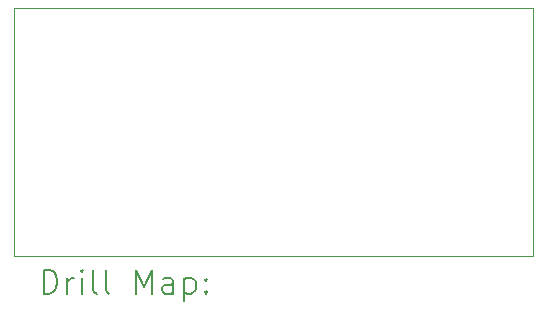
<source format=gbr>
%TF.GenerationSoftware,KiCad,Pcbnew,8.0.2-8.0.2-0~ubuntu22.04.1*%
%TF.CreationDate,2024-05-02T22:53:10+03:00*%
%TF.ProjectId,blink-timer,626c696e-6b2d-4746-996d-65722e6b6963,rev?*%
%TF.SameCoordinates,Original*%
%TF.FileFunction,Drillmap*%
%TF.FilePolarity,Positive*%
%FSLAX45Y45*%
G04 Gerber Fmt 4.5, Leading zero omitted, Abs format (unit mm)*
G04 Created by KiCad (PCBNEW 8.0.2-8.0.2-0~ubuntu22.04.1) date 2024-05-02 22:53:10*
%MOMM*%
%LPD*%
G01*
G04 APERTURE LIST*
%ADD10C,0.100000*%
%ADD11C,0.200000*%
G04 APERTURE END LIST*
D10*
X10000000Y-10000000D02*
X14400000Y-10000000D01*
X14400000Y-12100000D01*
X10000000Y-12100000D01*
X10000000Y-10000000D01*
D11*
X10255777Y-12416484D02*
X10255777Y-12216484D01*
X10255777Y-12216484D02*
X10303396Y-12216484D01*
X10303396Y-12216484D02*
X10331967Y-12226008D01*
X10331967Y-12226008D02*
X10351015Y-12245055D01*
X10351015Y-12245055D02*
X10360539Y-12264103D01*
X10360539Y-12264103D02*
X10370063Y-12302198D01*
X10370063Y-12302198D02*
X10370063Y-12330769D01*
X10370063Y-12330769D02*
X10360539Y-12368865D01*
X10360539Y-12368865D02*
X10351015Y-12387912D01*
X10351015Y-12387912D02*
X10331967Y-12406960D01*
X10331967Y-12406960D02*
X10303396Y-12416484D01*
X10303396Y-12416484D02*
X10255777Y-12416484D01*
X10455777Y-12416484D02*
X10455777Y-12283150D01*
X10455777Y-12321246D02*
X10465301Y-12302198D01*
X10465301Y-12302198D02*
X10474824Y-12292674D01*
X10474824Y-12292674D02*
X10493872Y-12283150D01*
X10493872Y-12283150D02*
X10512920Y-12283150D01*
X10579586Y-12416484D02*
X10579586Y-12283150D01*
X10579586Y-12216484D02*
X10570063Y-12226008D01*
X10570063Y-12226008D02*
X10579586Y-12235531D01*
X10579586Y-12235531D02*
X10589110Y-12226008D01*
X10589110Y-12226008D02*
X10579586Y-12216484D01*
X10579586Y-12216484D02*
X10579586Y-12235531D01*
X10703396Y-12416484D02*
X10684348Y-12406960D01*
X10684348Y-12406960D02*
X10674824Y-12387912D01*
X10674824Y-12387912D02*
X10674824Y-12216484D01*
X10808158Y-12416484D02*
X10789110Y-12406960D01*
X10789110Y-12406960D02*
X10779586Y-12387912D01*
X10779586Y-12387912D02*
X10779586Y-12216484D01*
X11036729Y-12416484D02*
X11036729Y-12216484D01*
X11036729Y-12216484D02*
X11103396Y-12359341D01*
X11103396Y-12359341D02*
X11170063Y-12216484D01*
X11170063Y-12216484D02*
X11170063Y-12416484D01*
X11351015Y-12416484D02*
X11351015Y-12311722D01*
X11351015Y-12311722D02*
X11341491Y-12292674D01*
X11341491Y-12292674D02*
X11322443Y-12283150D01*
X11322443Y-12283150D02*
X11284348Y-12283150D01*
X11284348Y-12283150D02*
X11265301Y-12292674D01*
X11351015Y-12406960D02*
X11331967Y-12416484D01*
X11331967Y-12416484D02*
X11284348Y-12416484D01*
X11284348Y-12416484D02*
X11265301Y-12406960D01*
X11265301Y-12406960D02*
X11255777Y-12387912D01*
X11255777Y-12387912D02*
X11255777Y-12368865D01*
X11255777Y-12368865D02*
X11265301Y-12349817D01*
X11265301Y-12349817D02*
X11284348Y-12340293D01*
X11284348Y-12340293D02*
X11331967Y-12340293D01*
X11331967Y-12340293D02*
X11351015Y-12330769D01*
X11446253Y-12283150D02*
X11446253Y-12483150D01*
X11446253Y-12292674D02*
X11465301Y-12283150D01*
X11465301Y-12283150D02*
X11503396Y-12283150D01*
X11503396Y-12283150D02*
X11522443Y-12292674D01*
X11522443Y-12292674D02*
X11531967Y-12302198D01*
X11531967Y-12302198D02*
X11541491Y-12321246D01*
X11541491Y-12321246D02*
X11541491Y-12378388D01*
X11541491Y-12378388D02*
X11531967Y-12397436D01*
X11531967Y-12397436D02*
X11522443Y-12406960D01*
X11522443Y-12406960D02*
X11503396Y-12416484D01*
X11503396Y-12416484D02*
X11465301Y-12416484D01*
X11465301Y-12416484D02*
X11446253Y-12406960D01*
X11627205Y-12397436D02*
X11636729Y-12406960D01*
X11636729Y-12406960D02*
X11627205Y-12416484D01*
X11627205Y-12416484D02*
X11617682Y-12406960D01*
X11617682Y-12406960D02*
X11627205Y-12397436D01*
X11627205Y-12397436D02*
X11627205Y-12416484D01*
X11627205Y-12292674D02*
X11636729Y-12302198D01*
X11636729Y-12302198D02*
X11627205Y-12311722D01*
X11627205Y-12311722D02*
X11617682Y-12302198D01*
X11617682Y-12302198D02*
X11627205Y-12292674D01*
X11627205Y-12292674D02*
X11627205Y-12311722D01*
M02*

</source>
